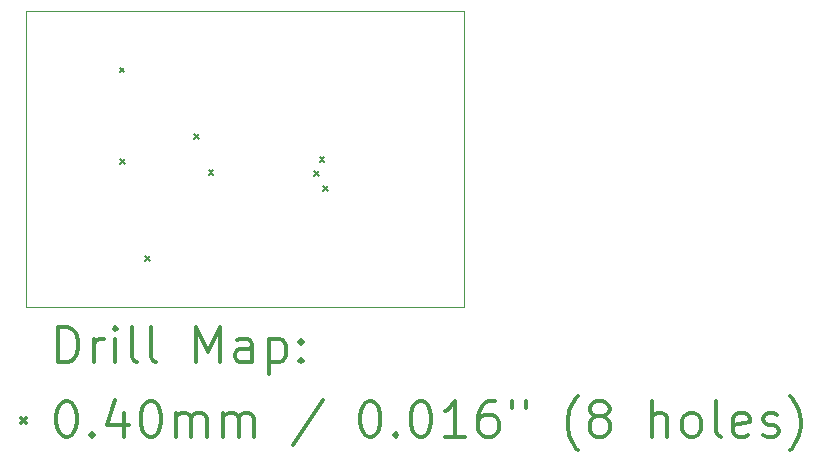
<source format=gbr>
%FSLAX45Y45*%
G04 Gerber Fmt 4.5, Leading zero omitted, Abs format (unit mm)*
G04 Created by KiCad (PCBNEW 4.0.4-stable) date 03/24/17 22:57:51*
%MOMM*%
%LPD*%
G01*
G04 APERTURE LIST*
%ADD10C,0.127000*%
%ADD11C,0.025000*%
%ADD12C,0.200000*%
%ADD13C,0.300000*%
G04 APERTURE END LIST*
D10*
D11*
X16560800Y-6050280D02*
X12857480Y-6050280D01*
X16560800Y-8554720D02*
X16560800Y-6050280D01*
X12857480Y-8554720D02*
X16560800Y-8554720D01*
X12857480Y-6050280D02*
X12857480Y-8554720D01*
D12*
X13649400Y-6527160D02*
X13689400Y-6567160D01*
X13689400Y-6527160D02*
X13649400Y-6567160D01*
X13651900Y-7299260D02*
X13691900Y-7339260D01*
X13691900Y-7299260D02*
X13651900Y-7339260D01*
X13866870Y-8123970D02*
X13906870Y-8163970D01*
X13906870Y-8123970D02*
X13866870Y-8163970D01*
X14276860Y-7088250D02*
X14316860Y-7128250D01*
X14316860Y-7088250D02*
X14276860Y-7128250D01*
X14401500Y-7397040D02*
X14441500Y-7437040D01*
X14441500Y-7397040D02*
X14401500Y-7437040D01*
X15294710Y-7405940D02*
X15334710Y-7445940D01*
X15334710Y-7405940D02*
X15294710Y-7445940D01*
X15342670Y-7281820D02*
X15382670Y-7321820D01*
X15382670Y-7281820D02*
X15342670Y-7321820D01*
X15371640Y-7530910D02*
X15411640Y-7570910D01*
X15411640Y-7530910D02*
X15371640Y-7570910D01*
D13*
X13127658Y-9021684D02*
X13127658Y-8721684D01*
X13199087Y-8721684D01*
X13241944Y-8735970D01*
X13270516Y-8764542D01*
X13284801Y-8793113D01*
X13299087Y-8850256D01*
X13299087Y-8893113D01*
X13284801Y-8950256D01*
X13270516Y-8978827D01*
X13241944Y-9007399D01*
X13199087Y-9021684D01*
X13127658Y-9021684D01*
X13427658Y-9021684D02*
X13427658Y-8821684D01*
X13427658Y-8878827D02*
X13441944Y-8850256D01*
X13456230Y-8835970D01*
X13484801Y-8821684D01*
X13513373Y-8821684D01*
X13613373Y-9021684D02*
X13613373Y-8821684D01*
X13613373Y-8721684D02*
X13599087Y-8735970D01*
X13613373Y-8750256D01*
X13627658Y-8735970D01*
X13613373Y-8721684D01*
X13613373Y-8750256D01*
X13799087Y-9021684D02*
X13770516Y-9007399D01*
X13756230Y-8978827D01*
X13756230Y-8721684D01*
X13956230Y-9021684D02*
X13927658Y-9007399D01*
X13913373Y-8978827D01*
X13913373Y-8721684D01*
X14299087Y-9021684D02*
X14299087Y-8721684D01*
X14399087Y-8935970D01*
X14499087Y-8721684D01*
X14499087Y-9021684D01*
X14770516Y-9021684D02*
X14770516Y-8864542D01*
X14756230Y-8835970D01*
X14727658Y-8821684D01*
X14670516Y-8821684D01*
X14641944Y-8835970D01*
X14770516Y-9007399D02*
X14741944Y-9021684D01*
X14670516Y-9021684D01*
X14641944Y-9007399D01*
X14627658Y-8978827D01*
X14627658Y-8950256D01*
X14641944Y-8921684D01*
X14670516Y-8907399D01*
X14741944Y-8907399D01*
X14770516Y-8893113D01*
X14913373Y-8821684D02*
X14913373Y-9121684D01*
X14913373Y-8835970D02*
X14941944Y-8821684D01*
X14999087Y-8821684D01*
X15027658Y-8835970D01*
X15041944Y-8850256D01*
X15056230Y-8878827D01*
X15056230Y-8964542D01*
X15041944Y-8993113D01*
X15027658Y-9007399D01*
X14999087Y-9021684D01*
X14941944Y-9021684D01*
X14913373Y-9007399D01*
X15184801Y-8993113D02*
X15199087Y-9007399D01*
X15184801Y-9021684D01*
X15170516Y-9007399D01*
X15184801Y-8993113D01*
X15184801Y-9021684D01*
X15184801Y-8835970D02*
X15199087Y-8850256D01*
X15184801Y-8864542D01*
X15170516Y-8850256D01*
X15184801Y-8835970D01*
X15184801Y-8864542D01*
X12816230Y-9495970D02*
X12856230Y-9535970D01*
X12856230Y-9495970D02*
X12816230Y-9535970D01*
X13184801Y-9351684D02*
X13213373Y-9351684D01*
X13241944Y-9365970D01*
X13256230Y-9380256D01*
X13270516Y-9408827D01*
X13284801Y-9465970D01*
X13284801Y-9537399D01*
X13270516Y-9594542D01*
X13256230Y-9623113D01*
X13241944Y-9637399D01*
X13213373Y-9651684D01*
X13184801Y-9651684D01*
X13156230Y-9637399D01*
X13141944Y-9623113D01*
X13127658Y-9594542D01*
X13113373Y-9537399D01*
X13113373Y-9465970D01*
X13127658Y-9408827D01*
X13141944Y-9380256D01*
X13156230Y-9365970D01*
X13184801Y-9351684D01*
X13413373Y-9623113D02*
X13427658Y-9637399D01*
X13413373Y-9651684D01*
X13399087Y-9637399D01*
X13413373Y-9623113D01*
X13413373Y-9651684D01*
X13684801Y-9451684D02*
X13684801Y-9651684D01*
X13613373Y-9337399D02*
X13541944Y-9551684D01*
X13727658Y-9551684D01*
X13899087Y-9351684D02*
X13927658Y-9351684D01*
X13956230Y-9365970D01*
X13970516Y-9380256D01*
X13984801Y-9408827D01*
X13999087Y-9465970D01*
X13999087Y-9537399D01*
X13984801Y-9594542D01*
X13970516Y-9623113D01*
X13956230Y-9637399D01*
X13927658Y-9651684D01*
X13899087Y-9651684D01*
X13870516Y-9637399D01*
X13856230Y-9623113D01*
X13841944Y-9594542D01*
X13827658Y-9537399D01*
X13827658Y-9465970D01*
X13841944Y-9408827D01*
X13856230Y-9380256D01*
X13870516Y-9365970D01*
X13899087Y-9351684D01*
X14127658Y-9651684D02*
X14127658Y-9451684D01*
X14127658Y-9480256D02*
X14141944Y-9465970D01*
X14170516Y-9451684D01*
X14213373Y-9451684D01*
X14241944Y-9465970D01*
X14256230Y-9494542D01*
X14256230Y-9651684D01*
X14256230Y-9494542D02*
X14270516Y-9465970D01*
X14299087Y-9451684D01*
X14341944Y-9451684D01*
X14370516Y-9465970D01*
X14384801Y-9494542D01*
X14384801Y-9651684D01*
X14527658Y-9651684D02*
X14527658Y-9451684D01*
X14527658Y-9480256D02*
X14541944Y-9465970D01*
X14570516Y-9451684D01*
X14613373Y-9451684D01*
X14641944Y-9465970D01*
X14656230Y-9494542D01*
X14656230Y-9651684D01*
X14656230Y-9494542D02*
X14670516Y-9465970D01*
X14699087Y-9451684D01*
X14741944Y-9451684D01*
X14770516Y-9465970D01*
X14784801Y-9494542D01*
X14784801Y-9651684D01*
X15370516Y-9337399D02*
X15113373Y-9723113D01*
X15756230Y-9351684D02*
X15784801Y-9351684D01*
X15813373Y-9365970D01*
X15827658Y-9380256D01*
X15841944Y-9408827D01*
X15856230Y-9465970D01*
X15856230Y-9537399D01*
X15841944Y-9594542D01*
X15827658Y-9623113D01*
X15813373Y-9637399D01*
X15784801Y-9651684D01*
X15756230Y-9651684D01*
X15727658Y-9637399D01*
X15713373Y-9623113D01*
X15699087Y-9594542D01*
X15684801Y-9537399D01*
X15684801Y-9465970D01*
X15699087Y-9408827D01*
X15713373Y-9380256D01*
X15727658Y-9365970D01*
X15756230Y-9351684D01*
X15984801Y-9623113D02*
X15999087Y-9637399D01*
X15984801Y-9651684D01*
X15970516Y-9637399D01*
X15984801Y-9623113D01*
X15984801Y-9651684D01*
X16184801Y-9351684D02*
X16213373Y-9351684D01*
X16241944Y-9365970D01*
X16256230Y-9380256D01*
X16270515Y-9408827D01*
X16284801Y-9465970D01*
X16284801Y-9537399D01*
X16270515Y-9594542D01*
X16256230Y-9623113D01*
X16241944Y-9637399D01*
X16213373Y-9651684D01*
X16184801Y-9651684D01*
X16156230Y-9637399D01*
X16141944Y-9623113D01*
X16127658Y-9594542D01*
X16113373Y-9537399D01*
X16113373Y-9465970D01*
X16127658Y-9408827D01*
X16141944Y-9380256D01*
X16156230Y-9365970D01*
X16184801Y-9351684D01*
X16570515Y-9651684D02*
X16399087Y-9651684D01*
X16484801Y-9651684D02*
X16484801Y-9351684D01*
X16456230Y-9394542D01*
X16427658Y-9423113D01*
X16399087Y-9437399D01*
X16827658Y-9351684D02*
X16770515Y-9351684D01*
X16741944Y-9365970D01*
X16727658Y-9380256D01*
X16699087Y-9423113D01*
X16684801Y-9480256D01*
X16684801Y-9594542D01*
X16699087Y-9623113D01*
X16713373Y-9637399D01*
X16741944Y-9651684D01*
X16799087Y-9651684D01*
X16827658Y-9637399D01*
X16841944Y-9623113D01*
X16856230Y-9594542D01*
X16856230Y-9523113D01*
X16841944Y-9494542D01*
X16827658Y-9480256D01*
X16799087Y-9465970D01*
X16741944Y-9465970D01*
X16713373Y-9480256D01*
X16699087Y-9494542D01*
X16684801Y-9523113D01*
X16970516Y-9351684D02*
X16970516Y-9408827D01*
X17084801Y-9351684D02*
X17084801Y-9408827D01*
X17527658Y-9765970D02*
X17513373Y-9751684D01*
X17484801Y-9708827D01*
X17470516Y-9680256D01*
X17456230Y-9637399D01*
X17441944Y-9565970D01*
X17441944Y-9508827D01*
X17456230Y-9437399D01*
X17470516Y-9394542D01*
X17484801Y-9365970D01*
X17513373Y-9323113D01*
X17527658Y-9308827D01*
X17684801Y-9480256D02*
X17656230Y-9465970D01*
X17641944Y-9451684D01*
X17627658Y-9423113D01*
X17627658Y-9408827D01*
X17641944Y-9380256D01*
X17656230Y-9365970D01*
X17684801Y-9351684D01*
X17741944Y-9351684D01*
X17770516Y-9365970D01*
X17784801Y-9380256D01*
X17799087Y-9408827D01*
X17799087Y-9423113D01*
X17784801Y-9451684D01*
X17770516Y-9465970D01*
X17741944Y-9480256D01*
X17684801Y-9480256D01*
X17656230Y-9494542D01*
X17641944Y-9508827D01*
X17627658Y-9537399D01*
X17627658Y-9594542D01*
X17641944Y-9623113D01*
X17656230Y-9637399D01*
X17684801Y-9651684D01*
X17741944Y-9651684D01*
X17770516Y-9637399D01*
X17784801Y-9623113D01*
X17799087Y-9594542D01*
X17799087Y-9537399D01*
X17784801Y-9508827D01*
X17770516Y-9494542D01*
X17741944Y-9480256D01*
X18156230Y-9651684D02*
X18156230Y-9351684D01*
X18284801Y-9651684D02*
X18284801Y-9494542D01*
X18270516Y-9465970D01*
X18241944Y-9451684D01*
X18199087Y-9451684D01*
X18170516Y-9465970D01*
X18156230Y-9480256D01*
X18470516Y-9651684D02*
X18441944Y-9637399D01*
X18427658Y-9623113D01*
X18413373Y-9594542D01*
X18413373Y-9508827D01*
X18427658Y-9480256D01*
X18441944Y-9465970D01*
X18470516Y-9451684D01*
X18513373Y-9451684D01*
X18541944Y-9465970D01*
X18556230Y-9480256D01*
X18570516Y-9508827D01*
X18570516Y-9594542D01*
X18556230Y-9623113D01*
X18541944Y-9637399D01*
X18513373Y-9651684D01*
X18470516Y-9651684D01*
X18741944Y-9651684D02*
X18713373Y-9637399D01*
X18699087Y-9608827D01*
X18699087Y-9351684D01*
X18970516Y-9637399D02*
X18941944Y-9651684D01*
X18884801Y-9651684D01*
X18856230Y-9637399D01*
X18841944Y-9608827D01*
X18841944Y-9494542D01*
X18856230Y-9465970D01*
X18884801Y-9451684D01*
X18941944Y-9451684D01*
X18970516Y-9465970D01*
X18984801Y-9494542D01*
X18984801Y-9523113D01*
X18841944Y-9551684D01*
X19099087Y-9637399D02*
X19127659Y-9651684D01*
X19184801Y-9651684D01*
X19213373Y-9637399D01*
X19227659Y-9608827D01*
X19227659Y-9594542D01*
X19213373Y-9565970D01*
X19184801Y-9551684D01*
X19141944Y-9551684D01*
X19113373Y-9537399D01*
X19099087Y-9508827D01*
X19099087Y-9494542D01*
X19113373Y-9465970D01*
X19141944Y-9451684D01*
X19184801Y-9451684D01*
X19213373Y-9465970D01*
X19327658Y-9765970D02*
X19341944Y-9751684D01*
X19370516Y-9708827D01*
X19384801Y-9680256D01*
X19399087Y-9637399D01*
X19413373Y-9565970D01*
X19413373Y-9508827D01*
X19399087Y-9437399D01*
X19384801Y-9394542D01*
X19370516Y-9365970D01*
X19341944Y-9323113D01*
X19327658Y-9308827D01*
M02*

</source>
